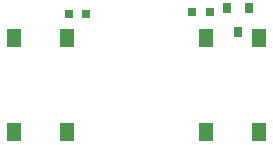
<source format=gbr>
G04 #@! TF.GenerationSoftware,KiCad,Pcbnew,(5.0.0)*
G04 #@! TF.CreationDate,2019-03-13T18:14:50+01:00*
G04 #@! TF.ProjectId,3d_extension,33645F657874656E73696F6E2E6B6963,100A*
G04 #@! TF.SameCoordinates,Original*
G04 #@! TF.FileFunction,Paste,Top*
G04 #@! TF.FilePolarity,Positive*
%FSLAX46Y46*%
G04 Gerber Fmt 4.6, Leading zero omitted, Abs format (unit mm)*
G04 Created by KiCad (PCBNEW (5.0.0)) date 03/13/19 18:14:50*
%MOMM*%
%LPD*%
G01*
G04 APERTURE LIST*
%ADD10R,1.300000X1.550000*%
%ADD11R,0.800000X0.750000*%
%ADD12R,0.800000X0.900000*%
G04 APERTURE END LIST*
D10*
G04 #@! TO.C,SW2*
X156750000Y-93050000D03*
X152250000Y-93050000D03*
X156750000Y-85050000D03*
X152250000Y-85050000D03*
G04 #@! TD*
D11*
G04 #@! TO.C,C2*
X140600000Y-83000000D03*
X142100000Y-83000000D03*
G04 #@! TD*
D10*
G04 #@! TO.C,SW1*
X136000000Y-85050000D03*
X140500000Y-85050000D03*
X136000000Y-93050000D03*
X140500000Y-93050000D03*
G04 #@! TD*
D12*
G04 #@! TO.C,U1*
X155900000Y-82550000D03*
X154000000Y-82550000D03*
X154950000Y-84550000D03*
G04 #@! TD*
D11*
G04 #@! TO.C,C1*
X151050000Y-82900000D03*
X152550000Y-82900000D03*
G04 #@! TD*
M02*

</source>
